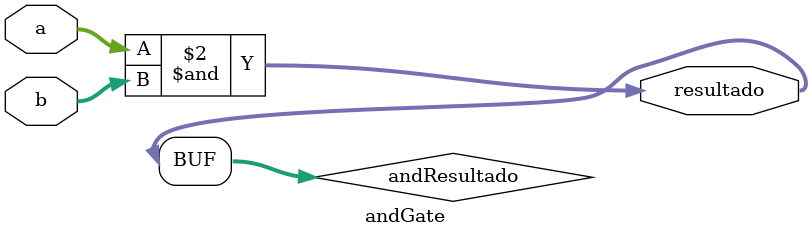
<source format=sv>
module andGate #(parameter N = 3)(input logic [N-1:0] a, b, output logic [N-1:0] resultado);

    logic [N-1:0] andResultado;

    always_comb begin
        andResultado <=  a & b;
    end

    assign resultado = andResultado;

endmodule 
</source>
